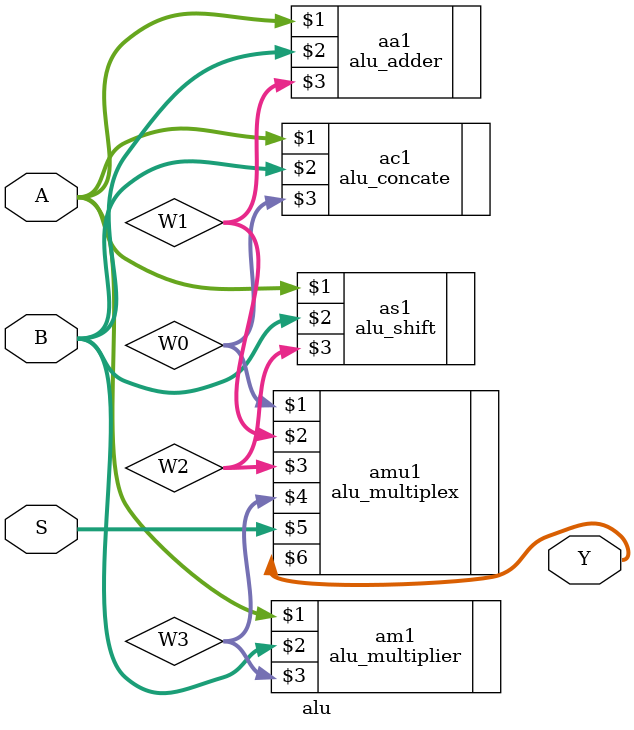
<source format=v>
`timescale 1ns / 1ps


module alu(A, B, S, Y);
    input [3:0]A,B;
    input [1:0]S;
    output [7:0]Y;
    wire [7:0]W0,W1,W2,W3;
    
    alu_concate ac1(A,B,W0);
    alu_adder aa1(A,B,W1);
    alu_shift as1(A,B,W2);
    alu_multiplier am1(A,B,W3);
    alu_multiplex amu1(W0,W1,W2,W3, S, Y);
    
endmodule

</source>
